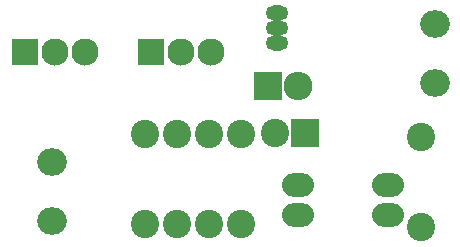
<source format=gbr>
G04 #@! TF.FileFunction,Soldermask,Bot*
%FSLAX46Y46*%
G04 Gerber Fmt 4.6, Leading zero omitted, Abs format (unit mm)*
G04 Created by KiCad (PCBNEW 4.0.4-stable) date 01/15/17 13:44:32*
%MOMM*%
%LPD*%
G01*
G04 APERTURE LIST*
%ADD10C,0.100000*%
%ADD11O,2.700000X2.000000*%
%ADD12O,1.901140X1.299160*%
%ADD13O,2.500000X2.300000*%
%ADD14C,2.300000*%
%ADD15R,2.300000X2.300000*%
%ADD16R,2.400000X2.400000*%
%ADD17C,2.400000*%
%ADD18R,2.432000X2.432000*%
%ADD19O,2.432000X2.432000*%
%ADD20C,2.398980*%
G04 APERTURE END LIST*
D10*
D11*
X216750000Y-139800000D03*
X216750000Y-137260000D03*
X209130000Y-137260000D03*
X209130000Y-139800000D03*
D12*
X207300000Y-123970000D03*
X207300000Y-125240000D03*
X207300000Y-122700000D03*
D13*
X188250000Y-135300000D03*
X188250000Y-140300000D03*
X220700000Y-123600000D03*
X220700000Y-128600000D03*
D14*
X188500000Y-126000000D03*
X191040000Y-126000000D03*
D15*
X185960000Y-126000000D03*
D14*
X199200000Y-126000000D03*
X201740000Y-126000000D03*
D15*
X196660000Y-126000000D03*
D16*
X209700000Y-132800000D03*
D17*
X207160000Y-132800000D03*
D18*
X206600000Y-128850000D03*
D19*
X209140000Y-128850000D03*
D20*
X196164200Y-140538200D03*
X196164200Y-132918200D03*
X219557600Y-140792200D03*
X219557600Y-133172200D03*
X198882000Y-140538200D03*
X198882000Y-132918200D03*
X201599800Y-140563600D03*
X201599800Y-132943600D03*
X204317600Y-140538200D03*
X204317600Y-132918200D03*
M02*

</source>
